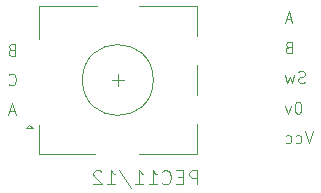
<source format=gbr>
%TF.GenerationSoftware,KiCad,Pcbnew,5.1.12-1.fc35*%
%TF.CreationDate,2021-11-27T14:31:25+00:00*%
%TF.ProjectId,kiCAD_TriSchmittHoleMount_v003.1,6b694341-445f-4547-9269-5363686d6974,rev?*%
%TF.SameCoordinates,Original*%
%TF.FileFunction,Legend,Bot*%
%TF.FilePolarity,Positive*%
%FSLAX46Y46*%
G04 Gerber Fmt 4.6, Leading zero omitted, Abs format (unit mm)*
G04 Created by KiCad (PCBNEW 5.1.12-1.fc35) date 2021-11-27 14:31:25*
%MOMM*%
%LPD*%
G01*
G04 APERTURE LIST*
%ADD10C,0.100000*%
%ADD11C,0.120000*%
G04 APERTURE END LIST*
D10*
X191790476Y-74557142D02*
X191838095Y-74604761D01*
X191980952Y-74652380D01*
X192076190Y-74652380D01*
X192219047Y-74604761D01*
X192314285Y-74509523D01*
X192361904Y-74414285D01*
X192409523Y-74223809D01*
X192409523Y-74080952D01*
X192361904Y-73890476D01*
X192314285Y-73795238D01*
X192219047Y-73700000D01*
X192076190Y-73652380D01*
X191980952Y-73652380D01*
X191838095Y-73700000D01*
X191790476Y-73747619D01*
X192028571Y-71628571D02*
X191885714Y-71676190D01*
X191838095Y-71723809D01*
X191790476Y-71819047D01*
X191790476Y-71961904D01*
X191838095Y-72057142D01*
X191885714Y-72104761D01*
X191980952Y-72152380D01*
X192361904Y-72152380D01*
X192361904Y-71152380D01*
X192028571Y-71152380D01*
X191933333Y-71200000D01*
X191885714Y-71247619D01*
X191838095Y-71342857D01*
X191838095Y-71438095D01*
X191885714Y-71533333D01*
X191933333Y-71580952D01*
X192028571Y-71628571D01*
X192361904Y-71628571D01*
X217547619Y-78552380D02*
X217214285Y-79552380D01*
X216880952Y-78552380D01*
X216119047Y-79504761D02*
X216214285Y-79552380D01*
X216404762Y-79552380D01*
X216500000Y-79504761D01*
X216547619Y-79457142D01*
X216595238Y-79361904D01*
X216595238Y-79076190D01*
X216547619Y-78980952D01*
X216500000Y-78933333D01*
X216404762Y-78885714D01*
X216214285Y-78885714D01*
X216119047Y-78933333D01*
X215261904Y-79504761D02*
X215357143Y-79552380D01*
X215547619Y-79552380D01*
X215642857Y-79504761D01*
X215690476Y-79457142D01*
X215738095Y-79361904D01*
X215738095Y-79076190D01*
X215690476Y-78980952D01*
X215642857Y-78933333D01*
X215547619Y-78885714D01*
X215357143Y-78885714D01*
X215261904Y-78933333D01*
X216357143Y-76052380D02*
X216261905Y-76052380D01*
X216166667Y-76100000D01*
X216119048Y-76147619D01*
X216071429Y-76242857D01*
X216023810Y-76433333D01*
X216023810Y-76671428D01*
X216071429Y-76861904D01*
X216119048Y-76957142D01*
X216166667Y-77004761D01*
X216261905Y-77052380D01*
X216357143Y-77052380D01*
X216452381Y-77004761D01*
X216500000Y-76957142D01*
X216547619Y-76861904D01*
X216595238Y-76671428D01*
X216595238Y-76433333D01*
X216547619Y-76242857D01*
X216500000Y-76147619D01*
X216452381Y-76100000D01*
X216357143Y-76052380D01*
X215690476Y-76385714D02*
X215452381Y-77052380D01*
X215214286Y-76385714D01*
X215500000Y-71428571D02*
X215357143Y-71476190D01*
X215309524Y-71523809D01*
X215261905Y-71619047D01*
X215261905Y-71761904D01*
X215309524Y-71857142D01*
X215357143Y-71904761D01*
X215452381Y-71952380D01*
X215833333Y-71952380D01*
X215833333Y-70952380D01*
X215500000Y-70952380D01*
X215404762Y-71000000D01*
X215357143Y-71047619D01*
X215309524Y-71142857D01*
X215309524Y-71238095D01*
X215357143Y-71333333D01*
X215404762Y-71380952D01*
X215500000Y-71428571D01*
X215833333Y-71428571D01*
X215738095Y-69066666D02*
X215261904Y-69066666D01*
X215833333Y-69352380D02*
X215500000Y-68352380D01*
X215166666Y-69352380D01*
X216880952Y-74404761D02*
X216738095Y-74452380D01*
X216500000Y-74452380D01*
X216404762Y-74404761D01*
X216357143Y-74357142D01*
X216309524Y-74261904D01*
X216309524Y-74166666D01*
X216357143Y-74071428D01*
X216404762Y-74023809D01*
X216500000Y-73976190D01*
X216690476Y-73928571D01*
X216785714Y-73880952D01*
X216833333Y-73833333D01*
X216880952Y-73738095D01*
X216880952Y-73642857D01*
X216833333Y-73547619D01*
X216785714Y-73500000D01*
X216690476Y-73452380D01*
X216452381Y-73452380D01*
X216309524Y-73500000D01*
X215976190Y-73785714D02*
X215785714Y-74452380D01*
X215595238Y-73976190D01*
X215404762Y-74452380D01*
X215214286Y-73785714D01*
X192338095Y-76866666D02*
X191861904Y-76866666D01*
X192433333Y-77152380D02*
X192100000Y-76152380D01*
X191766666Y-77152380D01*
X207771428Y-83042857D02*
X207771428Y-81842857D01*
X207314285Y-81842857D01*
X207200000Y-81900000D01*
X207142857Y-81957142D01*
X207085714Y-82071428D01*
X207085714Y-82242857D01*
X207142857Y-82357142D01*
X207200000Y-82414285D01*
X207314285Y-82471428D01*
X207771428Y-82471428D01*
X206571428Y-82414285D02*
X206171428Y-82414285D01*
X206000000Y-83042857D02*
X206571428Y-83042857D01*
X206571428Y-81842857D01*
X206000000Y-81842857D01*
X204800000Y-82928571D02*
X204857142Y-82985714D01*
X205028571Y-83042857D01*
X205142857Y-83042857D01*
X205314285Y-82985714D01*
X205428571Y-82871428D01*
X205485714Y-82757142D01*
X205542857Y-82528571D01*
X205542857Y-82357142D01*
X205485714Y-82128571D01*
X205428571Y-82014285D01*
X205314285Y-81900000D01*
X205142857Y-81842857D01*
X205028571Y-81842857D01*
X204857142Y-81900000D01*
X204800000Y-81957142D01*
X203657142Y-83042857D02*
X204342857Y-83042857D01*
X204000000Y-83042857D02*
X204000000Y-81842857D01*
X204114285Y-82014285D01*
X204228571Y-82128571D01*
X204342857Y-82185714D01*
X202514285Y-83042857D02*
X203200000Y-83042857D01*
X202857142Y-83042857D02*
X202857142Y-81842857D01*
X202971428Y-82014285D01*
X203085714Y-82128571D01*
X203200000Y-82185714D01*
X201142857Y-81785714D02*
X202171428Y-83328571D01*
X200114285Y-83042857D02*
X200800000Y-83042857D01*
X200457142Y-83042857D02*
X200457142Y-81842857D01*
X200571428Y-82014285D01*
X200685714Y-82128571D01*
X200800000Y-82185714D01*
X199657142Y-81957142D02*
X199600000Y-81900000D01*
X199485714Y-81842857D01*
X199200000Y-81842857D01*
X199085714Y-81900000D01*
X199028571Y-81957142D01*
X198971428Y-82071428D01*
X198971428Y-82185714D01*
X199028571Y-82357142D01*
X199714285Y-83042857D01*
X198971428Y-83042857D01*
D11*
%TO.C,SW1*%
X200550000Y-74200000D02*
X201550000Y-74200000D01*
X201050000Y-74700000D02*
X201050000Y-73700000D01*
X207750000Y-70500000D02*
X207750000Y-67900000D01*
X207750000Y-75500000D02*
X207750000Y-72900000D01*
X207750000Y-80500000D02*
X207750000Y-77900000D01*
X193850000Y-78300000D02*
X193550000Y-78000000D01*
X193250000Y-78300000D02*
X193850000Y-78300000D01*
X193550000Y-78000000D02*
X193250000Y-78300000D01*
X194350000Y-80500000D02*
X194350000Y-78000000D01*
X199150000Y-80500000D02*
X194350000Y-80500000D01*
X194350000Y-67900000D02*
X194350000Y-70700000D01*
X199250000Y-67900000D02*
X194350000Y-67900000D01*
X207750000Y-67900000D02*
X202850000Y-67900000D01*
X202850000Y-80500000D02*
X207750000Y-80500000D01*
X204050000Y-74200000D02*
G75*
G03*
X204050000Y-74200000I-3000000J0D01*
G01*
%TD*%
M02*

</source>
